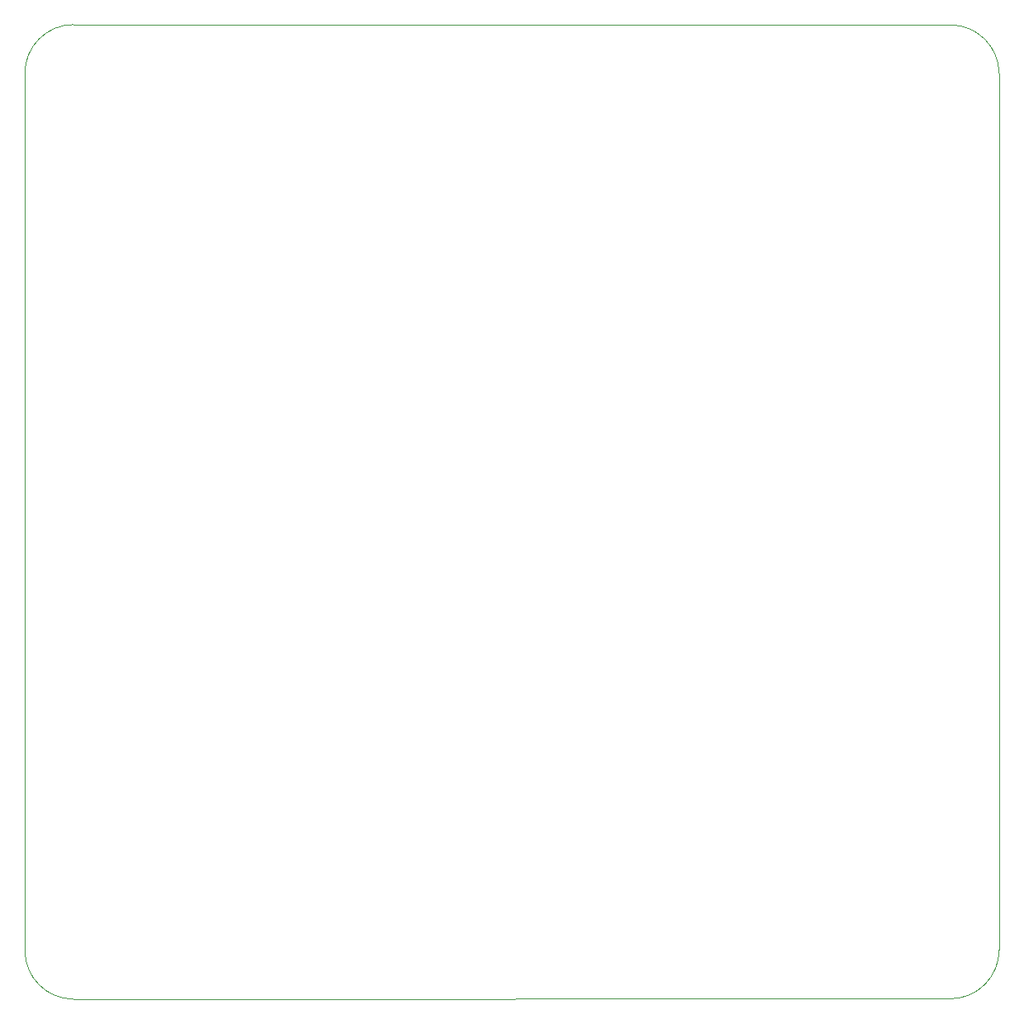
<source format=gbr>
%TF.GenerationSoftware,KiCad,Pcbnew,6.0.5*%
%TF.CreationDate,2022-06-27T11:22:29-03:00*%
%TF.ProjectId,trekking,7472656b-6b69-46e6-972e-6b696361645f,rev?*%
%TF.SameCoordinates,Original*%
%TF.FileFunction,Profile,NP*%
%FSLAX46Y46*%
G04 Gerber Fmt 4.6, Leading zero omitted, Abs format (unit mm)*
G04 Created by KiCad (PCBNEW 6.0.5) date 2022-06-27 11:22:29*
%MOMM*%
%LPD*%
G01*
G04 APERTURE LIST*
%TA.AperFunction,Profile*%
%ADD10C,0.100000*%
%TD*%
G04 APERTURE END LIST*
D10*
X45000000Y-55000000D02*
G75*
G03*
X40000000Y-60000000I0J-5000000D01*
G01*
X45000000Y-55000000D02*
X134964466Y-55035534D01*
X134964466Y-154964466D02*
G75*
G03*
X139964466Y-149964466I34J4999966D01*
G01*
X40000000Y-150000000D02*
G75*
G03*
X45000000Y-155000000I5000000J0D01*
G01*
X45000000Y-155000000D02*
X134964466Y-154964466D01*
X139964466Y-60035534D02*
X139964466Y-149964466D01*
X40000000Y-60000000D02*
X40000000Y-150000000D01*
X139964466Y-60035534D02*
G75*
G03*
X134964466Y-55035534I-4999966J34D01*
G01*
M02*

</source>
